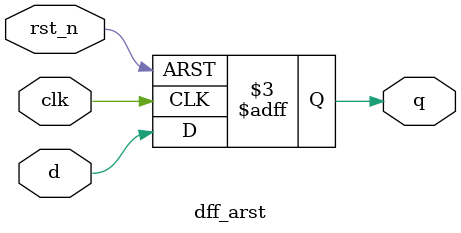
<source format=v>
module dff_arst
(
    input clk, rst_n,
    input d,
    output reg q
);

always @(posedge clk, negedge rst_n)
    if(!rst_n)
        q <= 0;
    else
        q <= d;

endmodule
</source>
